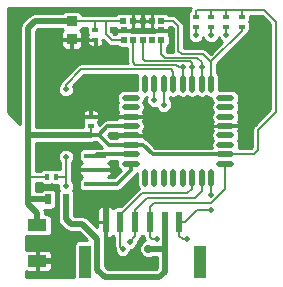
<source format=gtl>
G04 #@! TF.FileFunction,Copper,L1,Top,Signal*
%FSLAX46Y46*%
G04 Gerber Fmt 4.6, Leading zero omitted, Abs format (unit mm)*
G04 Created by KiCad (PCBNEW 4.0.7) date 07/27/18 12:45:35*
%MOMM*%
%LPD*%
G01*
G04 APERTURE LIST*
%ADD10C,0.100000*%
%ADD11R,0.500000X0.400000*%
%ADD12O,1.500000X0.500000*%
%ADD13O,0.500000X1.500000*%
%ADD14R,1.600000X1.000000*%
%ADD15R,0.600000X1.800000*%
%ADD16R,1.000000X2.800000*%
%ADD17R,0.500000X0.900000*%
%ADD18R,0.889000X0.889000*%
%ADD19R,0.580000X0.500000*%
%ADD20R,0.500000X0.500000*%
%ADD21R,0.400000X0.500000*%
%ADD22R,1.900000X0.400000*%
%ADD23C,0.500000*%
%ADD24C,0.600000*%
%ADD25C,0.700000*%
%ADD26C,0.152400*%
%ADD27C,0.127000*%
%ADD28C,0.200000*%
%ADD29C,0.500000*%
%ADD30C,0.300000*%
%ADD31C,0.254000*%
G04 APERTURE END LIST*
D10*
D11*
X146000000Y-90500000D03*
X146000000Y-91300000D03*
D12*
X149000000Y-96200000D03*
X149000000Y-97000000D03*
X149000000Y-97800000D03*
X149000000Y-98600000D03*
X149000000Y-99400000D03*
X149000000Y-100200000D03*
X149000000Y-101000000D03*
X149000000Y-101800000D03*
D13*
X150200000Y-103000000D03*
X151000000Y-103000000D03*
X151800000Y-103000000D03*
X152600000Y-103000000D03*
X153400000Y-103000000D03*
X154200000Y-103000000D03*
X155000000Y-103000000D03*
X155800000Y-103000000D03*
D12*
X157000000Y-101800000D03*
X157000000Y-101000000D03*
X157000000Y-100200000D03*
X157000000Y-99400000D03*
X157000000Y-98600000D03*
X157000000Y-97800000D03*
X157000000Y-97000000D03*
X157000000Y-96200000D03*
D13*
X155800000Y-95000000D03*
X155000000Y-95000000D03*
X154200000Y-95000000D03*
X153400000Y-95000000D03*
X152600000Y-95000000D03*
X151800000Y-95000000D03*
X151000000Y-95000000D03*
X150200000Y-95000000D03*
D14*
X141100000Y-107000000D03*
X141100000Y-110000000D03*
D15*
X153125000Y-106725000D03*
X151875000Y-106725000D03*
X150625000Y-106725000D03*
X149375000Y-106725000D03*
X148125000Y-106725000D03*
X146875000Y-106725000D03*
D16*
X145150000Y-110075000D03*
X154850000Y-110075000D03*
D17*
X142000000Y-104800000D03*
X143500000Y-104800000D03*
D18*
X144000000Y-89738000D03*
X144000000Y-91262000D03*
D19*
X148360000Y-89700000D03*
D20*
X149200000Y-89700000D03*
X150000000Y-89700000D03*
X150800000Y-89700000D03*
X151600000Y-89700000D03*
X151600000Y-90500000D03*
X151600000Y-91300000D03*
X150800000Y-91300000D03*
X150000000Y-91300000D03*
X149200000Y-91300000D03*
X148400000Y-91300000D03*
X148400000Y-90500000D03*
D21*
X141900000Y-102900000D03*
X142700000Y-102900000D03*
D11*
X154500000Y-89400000D03*
X154500000Y-90200000D03*
X155800000Y-89400000D03*
X155800000Y-90200000D03*
X157100000Y-89400000D03*
X157100000Y-90200000D03*
X158400000Y-89400000D03*
X158400000Y-90200000D03*
D22*
X146000000Y-103500000D03*
X146000000Y-102300000D03*
X146000000Y-101100000D03*
D11*
X145600000Y-98600000D03*
X145600000Y-97800000D03*
D23*
X148300000Y-109000000D03*
X148900000Y-108400000D03*
X153800000Y-108200000D03*
X155800000Y-104400000D03*
X155800000Y-105700000D03*
X151200000Y-108200000D03*
D24*
X146000000Y-92100000D03*
D25*
X146900000Y-105100000D03*
D24*
X152500000Y-90500000D03*
X147502410Y-90500000D03*
X150800000Y-88900000D03*
X150000000Y-88900000D03*
X149200000Y-88900000D03*
X144000000Y-92300000D03*
X158400000Y-98600000D03*
X147600000Y-97800000D03*
X147600000Y-99400000D03*
D25*
X147500000Y-102300000D03*
X142700000Y-110000000D03*
D23*
X143500000Y-95500000D03*
X143500000Y-101200000D03*
X143500000Y-103700000D03*
X151800000Y-96800000D03*
X151000000Y-96400000D03*
D25*
X150500000Y-109000000D03*
D23*
X155000000Y-93600000D03*
X157100000Y-90900000D03*
X154200000Y-93600000D03*
X155800000Y-90900000D03*
X153400000Y-93600000D03*
X154500000Y-90900000D03*
D26*
X148125000Y-106725000D02*
X148125000Y-108825000D01*
X148125000Y-108825000D02*
X148300000Y-109000000D01*
X148125000Y-106725000D02*
X148125000Y-106125000D01*
X153802400Y-104300000D02*
X154200000Y-103902400D01*
X148125000Y-106125000D02*
X149950000Y-104300000D01*
X149950000Y-104300000D02*
X153802400Y-104300000D01*
X154200000Y-103902400D02*
X154200000Y-103000000D01*
X149375000Y-106725000D02*
X149375000Y-107925000D01*
X149375000Y-107925000D02*
X148900000Y-108400000D01*
X154400000Y-104700000D02*
X155000000Y-104100000D01*
X155000000Y-104100000D02*
X155000000Y-103000000D01*
X150347600Y-104700000D02*
X154400000Y-104700000D01*
X149375000Y-106725000D02*
X149375000Y-105672600D01*
X149375000Y-105672600D02*
X150347600Y-104700000D01*
X153400000Y-108200000D02*
X153125000Y-107925000D01*
X153125000Y-107925000D02*
X153125000Y-106725000D01*
X153800000Y-108200000D02*
X153400000Y-108200000D01*
X155800000Y-104400000D02*
X155800000Y-103000000D01*
X153125000Y-106725000D02*
X153577400Y-106725000D01*
X153577400Y-106725000D02*
X154602400Y-105700000D01*
X154602400Y-105700000D02*
X155800000Y-105700000D01*
X150800000Y-108200000D02*
X150625000Y-108025000D01*
X150625000Y-108025000D02*
X150625000Y-106725000D01*
X151200000Y-108200000D02*
X150800000Y-108200000D01*
X155800000Y-105100000D02*
X157000000Y-103900000D01*
X157000000Y-103900000D02*
X157000000Y-101800000D01*
X151000000Y-105100000D02*
X155800000Y-105100000D01*
X150625000Y-105475000D02*
X151000000Y-105100000D01*
X150625000Y-106725000D02*
X150625000Y-105475000D01*
D27*
X147500000Y-102300000D02*
X147005026Y-102300000D01*
X147005026Y-102300000D02*
X146000000Y-102300000D01*
D28*
X148400000Y-90500000D02*
X147502410Y-90500000D01*
X151600000Y-90500000D02*
X152500000Y-90500000D01*
X150800000Y-89700000D02*
X150800000Y-88900000D01*
X150000000Y-89700000D02*
X150000000Y-88900000D01*
X149200000Y-89700000D02*
X149200000Y-88900000D01*
X146000000Y-91300000D02*
X146000000Y-92100000D01*
D29*
X146875000Y-106725000D02*
X146875000Y-105125000D01*
X146875000Y-105125000D02*
X146900000Y-105100000D01*
D30*
X144000000Y-91262000D02*
X144000000Y-92300000D01*
X157000000Y-98600000D02*
X158400000Y-98600000D01*
X149000000Y-97800000D02*
X147600000Y-97800000D01*
X149000000Y-99400000D02*
X147600000Y-99400000D01*
D29*
X141100000Y-110000000D02*
X142700000Y-110000000D01*
D28*
X145600000Y-98600000D02*
X145600000Y-99350000D01*
D29*
X140300000Y-104800000D02*
X140300000Y-102900000D01*
X140300000Y-102900000D02*
X140300000Y-102400000D01*
D27*
X141900000Y-102900000D02*
X140300000Y-102900000D01*
X154600000Y-88800000D02*
X155800000Y-88800000D01*
X155800000Y-88800000D02*
X157100000Y-88800000D01*
X155800000Y-89400000D02*
X155800000Y-88800000D01*
X157100000Y-88800000D02*
X158400000Y-88800000D01*
X157100000Y-89400000D02*
X157100000Y-88800000D01*
X158400000Y-88800000D02*
X160300000Y-88800000D01*
X158400000Y-89400000D02*
X158400000Y-89073000D01*
X158400000Y-89073000D02*
X158400000Y-88800000D01*
X154500000Y-89400000D02*
X154500000Y-88900000D01*
X154500000Y-88900000D02*
X154600000Y-88800000D01*
X161300000Y-97400000D02*
X159800000Y-98900000D01*
X160300000Y-88800000D02*
X161300000Y-89800000D01*
X161300000Y-89800000D02*
X161300000Y-97400000D01*
D28*
X148362000Y-89738000D02*
X146900000Y-89738000D01*
X146900000Y-89738000D02*
X146000000Y-89738000D01*
X147400000Y-91300000D02*
X146900000Y-90800000D01*
X146900000Y-90800000D02*
X146900000Y-89738000D01*
X148400000Y-91300000D02*
X147400000Y-91300000D01*
X146000000Y-89738000D02*
X144000000Y-89738000D01*
X146000000Y-90500000D02*
X146000000Y-89738000D01*
X148400000Y-89700000D02*
X148362000Y-89738000D01*
D29*
X140300000Y-90300000D02*
X140862000Y-89738000D01*
X140862000Y-89738000D02*
X144000000Y-89738000D01*
X140300000Y-102400000D02*
X140300000Y-99300000D01*
X140300000Y-99300000D02*
X140300000Y-90300000D01*
X145600000Y-99350000D02*
X140350000Y-99350000D01*
X140350000Y-99350000D02*
X140300000Y-99300000D01*
D30*
X149000000Y-100200000D02*
X150050000Y-100200000D01*
X150050000Y-100200000D02*
X150850000Y-101000000D01*
X150850000Y-101000000D02*
X155950000Y-101000000D01*
X155950000Y-101000000D02*
X157000000Y-101000000D01*
X145600000Y-99350000D02*
X146275000Y-99350000D01*
X146275000Y-99350000D02*
X147125000Y-100200000D01*
X147125000Y-100200000D02*
X147950000Y-100200000D01*
X147950000Y-100200000D02*
X149000000Y-100200000D01*
X146275000Y-99350000D02*
X147025000Y-98600000D01*
X147025000Y-98600000D02*
X147950000Y-98600000D01*
X147950000Y-98600000D02*
X149000000Y-98600000D01*
D29*
X140300000Y-105200000D02*
X140300000Y-104800000D01*
X142000000Y-104800000D02*
X140300000Y-104800000D01*
X141100000Y-107000000D02*
X141100000Y-106000000D01*
X141100000Y-106000000D02*
X140300000Y-105200000D01*
D26*
X157000000Y-101000000D02*
X159400000Y-101000000D01*
X159400000Y-101000000D02*
X159800000Y-100600000D01*
X159800000Y-100600000D02*
X159800000Y-98900000D01*
X143500000Y-103700000D02*
X143500000Y-102900000D01*
X143500000Y-102900000D02*
X143500000Y-102400000D01*
D27*
X142700000Y-102900000D02*
X143500000Y-102900000D01*
D26*
X143500000Y-95500000D02*
X143500000Y-95100000D01*
X143500000Y-102400000D02*
X143500000Y-101200000D01*
X152400000Y-93800000D02*
X152600000Y-94000000D01*
X152600000Y-94000000D02*
X152600000Y-95000000D01*
X144800000Y-93800000D02*
X152400000Y-93800000D01*
X143500000Y-95100000D02*
X144800000Y-93800000D01*
X151800000Y-95000000D02*
X151800000Y-96800000D01*
X151000000Y-95000000D02*
X151000000Y-96400000D01*
D30*
X149000000Y-101000000D02*
X146101120Y-101000000D01*
X146101120Y-101000000D02*
X146000000Y-101101120D01*
X147850000Y-103500000D02*
X147848880Y-103498880D01*
X147848880Y-103498880D02*
X146000000Y-103498880D01*
X149000000Y-101800000D02*
X149000000Y-102350000D01*
X149000000Y-102350000D02*
X147850000Y-103500000D01*
D29*
X151875000Y-106725000D02*
X151875000Y-109000000D01*
X151875000Y-109000000D02*
X151875000Y-110925000D01*
X150500000Y-109000000D02*
X150994974Y-109000000D01*
X150994974Y-109000000D02*
X151875000Y-109000000D01*
X151875000Y-110925000D02*
X151400000Y-111400000D01*
X146172599Y-108172599D02*
X144900000Y-106900000D01*
X151400000Y-111400000D02*
X146800000Y-111400000D01*
X146800000Y-111400000D02*
X146172599Y-110772599D01*
X146172599Y-110772599D02*
X146172599Y-108172599D01*
X144900000Y-106900000D02*
X143900000Y-106900000D01*
X143900000Y-106900000D02*
X143500000Y-106500000D01*
X143500000Y-106500000D02*
X143500000Y-104800000D01*
D27*
X158400000Y-90200000D02*
X158400000Y-90527000D01*
X158400000Y-90527000D02*
X155800000Y-93127000D01*
X155800000Y-93127000D02*
X155800000Y-93200000D01*
X151600000Y-89700000D02*
X152600000Y-89700000D01*
X152600000Y-89700000D02*
X153028602Y-90128602D01*
X153028602Y-90128602D02*
X153028602Y-92228602D01*
X153028602Y-92228602D02*
X153300000Y-92500000D01*
X153300000Y-92500000D02*
X155100000Y-92500000D01*
X155100000Y-92500000D02*
X155800000Y-93200000D01*
X155800000Y-93200000D02*
X155800000Y-95000000D01*
X151900000Y-92800000D02*
X151600000Y-92500000D01*
X151600000Y-92500000D02*
X151600000Y-91300000D01*
X154600000Y-92800000D02*
X151900000Y-92800000D01*
X155000000Y-93200000D02*
X154600000Y-92800000D01*
X155000000Y-93600000D02*
X155000000Y-93200000D01*
X155000000Y-95000000D02*
X155000000Y-93600000D01*
X157100000Y-90200000D02*
X157100000Y-90900000D01*
X150200000Y-93100000D02*
X150000000Y-92900000D01*
X150000000Y-92900000D02*
X150000000Y-91300000D01*
X154053553Y-93100000D02*
X150200000Y-93100000D01*
X154200000Y-93600000D02*
X154200000Y-93246447D01*
X154200000Y-93246447D02*
X154053553Y-93100000D01*
X154200000Y-95000000D02*
X154200000Y-93600000D01*
X155800000Y-90200000D02*
X155800000Y-90900000D01*
X152846447Y-93400000D02*
X149400000Y-93400000D01*
X149400000Y-93400000D02*
X149200000Y-93200000D01*
X153400000Y-93600000D02*
X153046447Y-93600000D01*
X153046447Y-93600000D02*
X152846447Y-93400000D01*
X149200000Y-91300000D02*
X149200000Y-93200000D01*
X153400000Y-95000000D02*
X153400000Y-93600000D01*
X154500000Y-90200000D02*
X154500000Y-90900000D01*
D31*
G36*
X141387927Y-103453567D02*
X141530619Y-103551064D01*
X141700000Y-103585365D01*
X142100000Y-103585365D01*
X142258237Y-103555591D01*
X142298925Y-103529409D01*
X142330619Y-103551064D01*
X142500000Y-103585365D01*
X142823100Y-103585365D01*
X142822883Y-103834073D01*
X142921931Y-104073787D01*
X142848936Y-104180619D01*
X142814635Y-104350000D01*
X142814635Y-105250000D01*
X142823000Y-105294457D01*
X142823000Y-106500000D01*
X142874534Y-106759077D01*
X142938461Y-106854750D01*
X143021289Y-106978711D01*
X143421288Y-107378711D01*
X143485776Y-107421800D01*
X143640923Y-107525466D01*
X143900000Y-107577000D01*
X144619578Y-107577000D01*
X145282213Y-108239635D01*
X144650000Y-108239635D01*
X144491763Y-108269409D01*
X144346433Y-108362927D01*
X144248936Y-108505619D01*
X144214635Y-108675000D01*
X144214635Y-111373000D01*
X140127000Y-111373000D01*
X140127000Y-110890523D01*
X140215064Y-110927000D01*
X140970250Y-110927000D01*
X141077000Y-110820250D01*
X141077000Y-110023000D01*
X141123000Y-110023000D01*
X141123000Y-110820250D01*
X141229750Y-110927000D01*
X141984936Y-110927000D01*
X142141876Y-110861993D01*
X142261993Y-110741876D01*
X142327000Y-110584935D01*
X142327000Y-110129750D01*
X142220250Y-110023000D01*
X141123000Y-110023000D01*
X141077000Y-110023000D01*
X141057000Y-110023000D01*
X141057000Y-109977000D01*
X141077000Y-109977000D01*
X141077000Y-109179750D01*
X141123000Y-109179750D01*
X141123000Y-109977000D01*
X142220250Y-109977000D01*
X142327000Y-109870250D01*
X142327000Y-109415065D01*
X142261993Y-109258124D01*
X142141876Y-109138007D01*
X141984936Y-109073000D01*
X141229750Y-109073000D01*
X141123000Y-109179750D01*
X141077000Y-109179750D01*
X140970250Y-109073000D01*
X140215064Y-109073000D01*
X140127000Y-109109477D01*
X140127000Y-107898591D01*
X140130619Y-107901064D01*
X140300000Y-107935365D01*
X141900000Y-107935365D01*
X142058237Y-107905591D01*
X142203567Y-107812073D01*
X142301064Y-107669381D01*
X142335365Y-107500000D01*
X142335365Y-106500000D01*
X142305591Y-106341763D01*
X142212073Y-106196433D01*
X142069381Y-106098936D01*
X141900000Y-106064635D01*
X141777000Y-106064635D01*
X141777000Y-106000000D01*
X141725466Y-105740923D01*
X141678695Y-105670925D01*
X141750000Y-105685365D01*
X142250000Y-105685365D01*
X142408237Y-105655591D01*
X142553567Y-105562073D01*
X142651064Y-105419381D01*
X142685365Y-105250000D01*
X142685365Y-104350000D01*
X142655591Y-104191763D01*
X142562073Y-104046433D01*
X142419381Y-103948936D01*
X142250000Y-103914635D01*
X141750000Y-103914635D01*
X141591763Y-103944409D01*
X141446433Y-104037927D01*
X141388305Y-104123000D01*
X140977000Y-104123000D01*
X140977000Y-103390500D01*
X141347344Y-103390500D01*
X141387927Y-103453567D01*
X141387927Y-103453567D01*
G37*
X141387927Y-103453567D02*
X141530619Y-103551064D01*
X141700000Y-103585365D01*
X142100000Y-103585365D01*
X142258237Y-103555591D01*
X142298925Y-103529409D01*
X142330619Y-103551064D01*
X142500000Y-103585365D01*
X142823100Y-103585365D01*
X142822883Y-103834073D01*
X142921931Y-104073787D01*
X142848936Y-104180619D01*
X142814635Y-104350000D01*
X142814635Y-105250000D01*
X142823000Y-105294457D01*
X142823000Y-106500000D01*
X142874534Y-106759077D01*
X142938461Y-106854750D01*
X143021289Y-106978711D01*
X143421288Y-107378711D01*
X143485776Y-107421800D01*
X143640923Y-107525466D01*
X143900000Y-107577000D01*
X144619578Y-107577000D01*
X145282213Y-108239635D01*
X144650000Y-108239635D01*
X144491763Y-108269409D01*
X144346433Y-108362927D01*
X144248936Y-108505619D01*
X144214635Y-108675000D01*
X144214635Y-111373000D01*
X140127000Y-111373000D01*
X140127000Y-110890523D01*
X140215064Y-110927000D01*
X140970250Y-110927000D01*
X141077000Y-110820250D01*
X141077000Y-110023000D01*
X141123000Y-110023000D01*
X141123000Y-110820250D01*
X141229750Y-110927000D01*
X141984936Y-110927000D01*
X142141876Y-110861993D01*
X142261993Y-110741876D01*
X142327000Y-110584935D01*
X142327000Y-110129750D01*
X142220250Y-110023000D01*
X141123000Y-110023000D01*
X141077000Y-110023000D01*
X141057000Y-110023000D01*
X141057000Y-109977000D01*
X141077000Y-109977000D01*
X141077000Y-109179750D01*
X141123000Y-109179750D01*
X141123000Y-109977000D01*
X142220250Y-109977000D01*
X142327000Y-109870250D01*
X142327000Y-109415065D01*
X142261993Y-109258124D01*
X142141876Y-109138007D01*
X141984936Y-109073000D01*
X141229750Y-109073000D01*
X141123000Y-109179750D01*
X141077000Y-109179750D01*
X140970250Y-109073000D01*
X140215064Y-109073000D01*
X140127000Y-109109477D01*
X140127000Y-107898591D01*
X140130619Y-107901064D01*
X140300000Y-107935365D01*
X141900000Y-107935365D01*
X142058237Y-107905591D01*
X142203567Y-107812073D01*
X142301064Y-107669381D01*
X142335365Y-107500000D01*
X142335365Y-106500000D01*
X142305591Y-106341763D01*
X142212073Y-106196433D01*
X142069381Y-106098936D01*
X141900000Y-106064635D01*
X141777000Y-106064635D01*
X141777000Y-106000000D01*
X141725466Y-105740923D01*
X141678695Y-105670925D01*
X141750000Y-105685365D01*
X142250000Y-105685365D01*
X142408237Y-105655591D01*
X142553567Y-105562073D01*
X142651064Y-105419381D01*
X142685365Y-105250000D01*
X142685365Y-104350000D01*
X142655591Y-104191763D01*
X142562073Y-104046433D01*
X142419381Y-103948936D01*
X142250000Y-103914635D01*
X141750000Y-103914635D01*
X141591763Y-103944409D01*
X141446433Y-104037927D01*
X141388305Y-104123000D01*
X140977000Y-104123000D01*
X140977000Y-103390500D01*
X141347344Y-103390500D01*
X141387927Y-103453567D01*
G36*
X146531999Y-100423000D02*
X146101120Y-100423000D01*
X145891809Y-100464635D01*
X145050000Y-100464635D01*
X144891763Y-100494409D01*
X144746433Y-100587927D01*
X144648936Y-100730619D01*
X144614635Y-100900000D01*
X144614635Y-101300000D01*
X144644409Y-101458237D01*
X144737927Y-101603567D01*
X144880619Y-101701064D01*
X144891831Y-101703334D01*
X144808124Y-101738007D01*
X144688007Y-101858124D01*
X144623000Y-102015065D01*
X144623000Y-102170250D01*
X144729750Y-102277000D01*
X145977000Y-102277000D01*
X145977000Y-102257000D01*
X146023000Y-102257000D01*
X146023000Y-102277000D01*
X147270250Y-102277000D01*
X147377000Y-102170250D01*
X147377000Y-102015065D01*
X147311993Y-101858124D01*
X147191876Y-101738007D01*
X147110344Y-101704235D01*
X147253567Y-101612073D01*
X147277531Y-101577000D01*
X147844299Y-101577000D01*
X147799941Y-101800000D01*
X147851475Y-102059077D01*
X147998230Y-102278711D01*
X148152325Y-102381674D01*
X147612118Y-102921880D01*
X147152961Y-102921880D01*
X147119381Y-102898936D01*
X147108169Y-102896666D01*
X147191876Y-102861993D01*
X147311993Y-102741876D01*
X147377000Y-102584935D01*
X147377000Y-102429750D01*
X147270250Y-102323000D01*
X146023000Y-102323000D01*
X146023000Y-102343000D01*
X145977000Y-102343000D01*
X145977000Y-102323000D01*
X144729750Y-102323000D01*
X144623000Y-102429750D01*
X144623000Y-102584935D01*
X144688007Y-102741876D01*
X144808124Y-102861993D01*
X144889656Y-102895765D01*
X144746433Y-102987927D01*
X144648936Y-103130619D01*
X144614635Y-103300000D01*
X144614635Y-103700000D01*
X144644409Y-103858237D01*
X144737927Y-104003567D01*
X144880619Y-104101064D01*
X145050000Y-104135365D01*
X146950000Y-104135365D01*
X147108237Y-104105591D01*
X147154409Y-104075880D01*
X147844365Y-104075880D01*
X147850000Y-104077001D01*
X148070808Y-104033078D01*
X148258001Y-103908001D01*
X149407998Y-102758003D01*
X149408001Y-102758001D01*
X149523000Y-102585891D01*
X149523000Y-103523059D01*
X149574534Y-103782136D01*
X149655456Y-103903244D01*
X149594184Y-103944184D01*
X148148733Y-105389635D01*
X147825000Y-105389635D01*
X147666763Y-105419409D01*
X147521433Y-105512927D01*
X147499255Y-105545386D01*
X147416876Y-105463007D01*
X147259935Y-105398000D01*
X147004750Y-105398000D01*
X146898000Y-105504750D01*
X146898000Y-106702000D01*
X146918000Y-106702000D01*
X146918000Y-106748000D01*
X146898000Y-106748000D01*
X146898000Y-107945250D01*
X147004750Y-108052000D01*
X147259935Y-108052000D01*
X147416876Y-107986993D01*
X147498195Y-107905674D01*
X147512927Y-107928567D01*
X147621800Y-108002957D01*
X147621800Y-108825000D01*
X147627572Y-108854019D01*
X147623118Y-108864746D01*
X147622883Y-109134073D01*
X147725733Y-109382989D01*
X147916010Y-109573598D01*
X148164746Y-109676882D01*
X148434073Y-109677117D01*
X148682989Y-109574267D01*
X148873598Y-109383990D01*
X148976882Y-109135254D01*
X148976933Y-109077067D01*
X149034073Y-109077117D01*
X149282989Y-108974267D01*
X149473598Y-108783990D01*
X149576882Y-108535254D01*
X149576970Y-108434662D01*
X149730816Y-108280816D01*
X149839896Y-108117567D01*
X149860714Y-108012910D01*
X149978567Y-107937073D01*
X149999081Y-107907050D01*
X150012927Y-107928567D01*
X150121800Y-108002957D01*
X150121800Y-108025000D01*
X150160104Y-108217566D01*
X150203125Y-108281952D01*
X150060440Y-108340908D01*
X149841676Y-108559290D01*
X149723135Y-108844767D01*
X149722866Y-109153877D01*
X149840908Y-109439560D01*
X150059290Y-109658324D01*
X150344767Y-109776865D01*
X150653877Y-109777134D01*
X150896219Y-109677000D01*
X151198000Y-109677000D01*
X151198000Y-110644577D01*
X151119578Y-110723000D01*
X147080422Y-110723000D01*
X146849599Y-110492177D01*
X146849599Y-108172599D01*
X146812278Y-107984972D01*
X146852000Y-107945250D01*
X146852000Y-106748000D01*
X146254750Y-106748000D01*
X146148000Y-106854750D01*
X146148000Y-107190578D01*
X145378711Y-106421289D01*
X145259692Y-106341763D01*
X145159077Y-106274534D01*
X144900000Y-106223000D01*
X144180423Y-106223000D01*
X144177000Y-106219578D01*
X144177000Y-105740064D01*
X146148000Y-105740064D01*
X146148000Y-106595250D01*
X146254750Y-106702000D01*
X146852000Y-106702000D01*
X146852000Y-105504750D01*
X146745250Y-105398000D01*
X146490065Y-105398000D01*
X146333124Y-105463007D01*
X146213007Y-105583124D01*
X146148000Y-105740064D01*
X144177000Y-105740064D01*
X144177000Y-105291307D01*
X144185365Y-105250000D01*
X144185365Y-104350000D01*
X144155591Y-104191763D01*
X144078556Y-104072049D01*
X144176882Y-103835254D01*
X144177117Y-103565927D01*
X144074267Y-103317011D01*
X144003200Y-103245820D01*
X144003200Y-101654265D01*
X144073598Y-101583990D01*
X144176882Y-101335254D01*
X144177117Y-101065927D01*
X144074267Y-100817011D01*
X143883990Y-100626402D01*
X143635254Y-100523118D01*
X143365927Y-100522883D01*
X143117011Y-100625733D01*
X142926402Y-100816010D01*
X142823118Y-101064746D01*
X142822883Y-101334073D01*
X142925733Y-101582989D01*
X142996800Y-101654180D01*
X142996800Y-102234238D01*
X142900000Y-102214635D01*
X142500000Y-102214635D01*
X142341763Y-102244409D01*
X142301075Y-102270591D01*
X142269381Y-102248936D01*
X142100000Y-102214635D01*
X141700000Y-102214635D01*
X141541763Y-102244409D01*
X141396433Y-102337927D01*
X141347529Y-102409500D01*
X140977000Y-102409500D01*
X140977000Y-100027000D01*
X145600000Y-100027000D01*
X145859077Y-99975466D01*
X145931611Y-99927000D01*
X146035998Y-99927000D01*
X146531999Y-100423000D01*
X146531999Y-100423000D01*
G37*
X146531999Y-100423000D02*
X146101120Y-100423000D01*
X145891809Y-100464635D01*
X145050000Y-100464635D01*
X144891763Y-100494409D01*
X144746433Y-100587927D01*
X144648936Y-100730619D01*
X144614635Y-100900000D01*
X144614635Y-101300000D01*
X144644409Y-101458237D01*
X144737927Y-101603567D01*
X144880619Y-101701064D01*
X144891831Y-101703334D01*
X144808124Y-101738007D01*
X144688007Y-101858124D01*
X144623000Y-102015065D01*
X144623000Y-102170250D01*
X144729750Y-102277000D01*
X145977000Y-102277000D01*
X145977000Y-102257000D01*
X146023000Y-102257000D01*
X146023000Y-102277000D01*
X147270250Y-102277000D01*
X147377000Y-102170250D01*
X147377000Y-102015065D01*
X147311993Y-101858124D01*
X147191876Y-101738007D01*
X147110344Y-101704235D01*
X147253567Y-101612073D01*
X147277531Y-101577000D01*
X147844299Y-101577000D01*
X147799941Y-101800000D01*
X147851475Y-102059077D01*
X147998230Y-102278711D01*
X148152325Y-102381674D01*
X147612118Y-102921880D01*
X147152961Y-102921880D01*
X147119381Y-102898936D01*
X147108169Y-102896666D01*
X147191876Y-102861993D01*
X147311993Y-102741876D01*
X147377000Y-102584935D01*
X147377000Y-102429750D01*
X147270250Y-102323000D01*
X146023000Y-102323000D01*
X146023000Y-102343000D01*
X145977000Y-102343000D01*
X145977000Y-102323000D01*
X144729750Y-102323000D01*
X144623000Y-102429750D01*
X144623000Y-102584935D01*
X144688007Y-102741876D01*
X144808124Y-102861993D01*
X144889656Y-102895765D01*
X144746433Y-102987927D01*
X144648936Y-103130619D01*
X144614635Y-103300000D01*
X144614635Y-103700000D01*
X144644409Y-103858237D01*
X144737927Y-104003567D01*
X144880619Y-104101064D01*
X145050000Y-104135365D01*
X146950000Y-104135365D01*
X147108237Y-104105591D01*
X147154409Y-104075880D01*
X147844365Y-104075880D01*
X147850000Y-104077001D01*
X148070808Y-104033078D01*
X148258001Y-103908001D01*
X149407998Y-102758003D01*
X149408001Y-102758001D01*
X149523000Y-102585891D01*
X149523000Y-103523059D01*
X149574534Y-103782136D01*
X149655456Y-103903244D01*
X149594184Y-103944184D01*
X148148733Y-105389635D01*
X147825000Y-105389635D01*
X147666763Y-105419409D01*
X147521433Y-105512927D01*
X147499255Y-105545386D01*
X147416876Y-105463007D01*
X147259935Y-105398000D01*
X147004750Y-105398000D01*
X146898000Y-105504750D01*
X146898000Y-106702000D01*
X146918000Y-106702000D01*
X146918000Y-106748000D01*
X146898000Y-106748000D01*
X146898000Y-107945250D01*
X147004750Y-108052000D01*
X147259935Y-108052000D01*
X147416876Y-107986993D01*
X147498195Y-107905674D01*
X147512927Y-107928567D01*
X147621800Y-108002957D01*
X147621800Y-108825000D01*
X147627572Y-108854019D01*
X147623118Y-108864746D01*
X147622883Y-109134073D01*
X147725733Y-109382989D01*
X147916010Y-109573598D01*
X148164746Y-109676882D01*
X148434073Y-109677117D01*
X148682989Y-109574267D01*
X148873598Y-109383990D01*
X148976882Y-109135254D01*
X148976933Y-109077067D01*
X149034073Y-109077117D01*
X149282989Y-108974267D01*
X149473598Y-108783990D01*
X149576882Y-108535254D01*
X149576970Y-108434662D01*
X149730816Y-108280816D01*
X149839896Y-108117567D01*
X149860714Y-108012910D01*
X149978567Y-107937073D01*
X149999081Y-107907050D01*
X150012927Y-107928567D01*
X150121800Y-108002957D01*
X150121800Y-108025000D01*
X150160104Y-108217566D01*
X150203125Y-108281952D01*
X150060440Y-108340908D01*
X149841676Y-108559290D01*
X149723135Y-108844767D01*
X149722866Y-109153877D01*
X149840908Y-109439560D01*
X150059290Y-109658324D01*
X150344767Y-109776865D01*
X150653877Y-109777134D01*
X150896219Y-109677000D01*
X151198000Y-109677000D01*
X151198000Y-110644577D01*
X151119578Y-110723000D01*
X147080422Y-110723000D01*
X146849599Y-110492177D01*
X146849599Y-108172599D01*
X146812278Y-107984972D01*
X146852000Y-107945250D01*
X146852000Y-106748000D01*
X146254750Y-106748000D01*
X146148000Y-106854750D01*
X146148000Y-107190578D01*
X145378711Y-106421289D01*
X145259692Y-106341763D01*
X145159077Y-106274534D01*
X144900000Y-106223000D01*
X144180423Y-106223000D01*
X144177000Y-106219578D01*
X144177000Y-105740064D01*
X146148000Y-105740064D01*
X146148000Y-106595250D01*
X146254750Y-106702000D01*
X146852000Y-106702000D01*
X146852000Y-105504750D01*
X146745250Y-105398000D01*
X146490065Y-105398000D01*
X146333124Y-105463007D01*
X146213007Y-105583124D01*
X146148000Y-105740064D01*
X144177000Y-105740064D01*
X144177000Y-105291307D01*
X144185365Y-105250000D01*
X144185365Y-104350000D01*
X144155591Y-104191763D01*
X144078556Y-104072049D01*
X144176882Y-103835254D01*
X144177117Y-103565927D01*
X144074267Y-103317011D01*
X144003200Y-103245820D01*
X144003200Y-101654265D01*
X144073598Y-101583990D01*
X144176882Y-101335254D01*
X144177117Y-101065927D01*
X144074267Y-100817011D01*
X143883990Y-100626402D01*
X143635254Y-100523118D01*
X143365927Y-100522883D01*
X143117011Y-100625733D01*
X142926402Y-100816010D01*
X142823118Y-101064746D01*
X142822883Y-101334073D01*
X142925733Y-101582989D01*
X142996800Y-101654180D01*
X142996800Y-102234238D01*
X142900000Y-102214635D01*
X142500000Y-102214635D01*
X142341763Y-102244409D01*
X142301075Y-102270591D01*
X142269381Y-102248936D01*
X142100000Y-102214635D01*
X141700000Y-102214635D01*
X141541763Y-102244409D01*
X141396433Y-102337927D01*
X141347529Y-102409500D01*
X140977000Y-102409500D01*
X140977000Y-100027000D01*
X145600000Y-100027000D01*
X145859077Y-99975466D01*
X145931611Y-99927000D01*
X146035998Y-99927000D01*
X146531999Y-100423000D01*
G36*
X160809500Y-90003172D02*
X160809500Y-97196828D01*
X159498309Y-98508019D01*
X159444184Y-98544184D01*
X159335104Y-98707434D01*
X159296800Y-98900000D01*
X159296800Y-100391568D01*
X159191568Y-100496800D01*
X158123319Y-100496800D01*
X158148525Y-100459077D01*
X158200059Y-100200000D01*
X158148525Y-99940923D01*
X158054363Y-99800000D01*
X158148525Y-99659077D01*
X158200059Y-99400000D01*
X158148525Y-99140923D01*
X158043647Y-98983962D01*
X158134268Y-98837828D01*
X158164681Y-98728562D01*
X158069786Y-98623000D01*
X157023000Y-98623000D01*
X157023000Y-98643000D01*
X156977000Y-98643000D01*
X156977000Y-98623000D01*
X155930214Y-98623000D01*
X155835319Y-98728562D01*
X155865732Y-98837828D01*
X155956353Y-98983962D01*
X155851475Y-99140923D01*
X155799941Y-99400000D01*
X155851475Y-99659077D01*
X155945637Y-99800000D01*
X155851475Y-99940923D01*
X155799941Y-100200000D01*
X155844299Y-100423000D01*
X151089002Y-100423000D01*
X150458001Y-99791999D01*
X150270808Y-99666922D01*
X150133201Y-99639549D01*
X150134268Y-99637828D01*
X150164681Y-99528562D01*
X150069786Y-99423000D01*
X149023000Y-99423000D01*
X149023000Y-99443000D01*
X148977000Y-99443000D01*
X148977000Y-99423000D01*
X147930214Y-99423000D01*
X147835319Y-99528562D01*
X147861605Y-99623000D01*
X147364001Y-99623000D01*
X147091001Y-99350000D01*
X147264001Y-99177000D01*
X147861605Y-99177000D01*
X147835319Y-99271438D01*
X147930214Y-99377000D01*
X148977000Y-99377000D01*
X148977000Y-99357000D01*
X149023000Y-99357000D01*
X149023000Y-99377000D01*
X150069786Y-99377000D01*
X150164681Y-99271438D01*
X150134268Y-99162172D01*
X150043647Y-99016038D01*
X150148525Y-98859077D01*
X150200059Y-98600000D01*
X150148525Y-98340923D01*
X150043647Y-98183962D01*
X150134268Y-98037828D01*
X150164681Y-97928562D01*
X150069786Y-97823000D01*
X149023000Y-97823000D01*
X149023000Y-97843000D01*
X148977000Y-97843000D01*
X148977000Y-97823000D01*
X147930214Y-97823000D01*
X147835319Y-97928562D01*
X147861605Y-98023000D01*
X147025000Y-98023000D01*
X146804192Y-98066922D01*
X146616999Y-98191999D01*
X146616997Y-98192002D01*
X146285365Y-98523634D01*
X146285365Y-98400000D01*
X146255591Y-98241763D01*
X146229095Y-98200588D01*
X146277000Y-98084936D01*
X146277000Y-97929750D01*
X146170250Y-97823000D01*
X145623000Y-97823000D01*
X145623000Y-97843000D01*
X145577000Y-97843000D01*
X145577000Y-97823000D01*
X145029750Y-97823000D01*
X144923000Y-97929750D01*
X144923000Y-98084936D01*
X144970358Y-98199267D01*
X144948936Y-98230619D01*
X144914635Y-98400000D01*
X144914635Y-98673000D01*
X140977000Y-98673000D01*
X140977000Y-97515064D01*
X144923000Y-97515064D01*
X144923000Y-97670250D01*
X145029750Y-97777000D01*
X145577000Y-97777000D01*
X145577000Y-97279750D01*
X145623000Y-97279750D01*
X145623000Y-97777000D01*
X146170250Y-97777000D01*
X146277000Y-97670250D01*
X146277000Y-97515064D01*
X146211993Y-97358124D01*
X146091876Y-97238007D01*
X145934935Y-97173000D01*
X145729750Y-97173000D01*
X145623000Y-97279750D01*
X145577000Y-97279750D01*
X145470250Y-97173000D01*
X145265065Y-97173000D01*
X145108124Y-97238007D01*
X144988007Y-97358124D01*
X144923000Y-97515064D01*
X140977000Y-97515064D01*
X140977000Y-91391750D01*
X143128500Y-91391750D01*
X143128500Y-91791435D01*
X143193507Y-91948376D01*
X143313624Y-92068493D01*
X143470564Y-92133500D01*
X143870250Y-92133500D01*
X143977000Y-92026750D01*
X143977000Y-91285000D01*
X144023000Y-91285000D01*
X144023000Y-92026750D01*
X144129750Y-92133500D01*
X144529436Y-92133500D01*
X144686376Y-92068493D01*
X144806493Y-91948376D01*
X144871500Y-91791435D01*
X144871500Y-91429750D01*
X145323000Y-91429750D01*
X145323000Y-91584936D01*
X145388007Y-91741876D01*
X145508124Y-91861993D01*
X145665065Y-91927000D01*
X145870250Y-91927000D01*
X145977000Y-91820250D01*
X145977000Y-91323000D01*
X145429750Y-91323000D01*
X145323000Y-91429750D01*
X144871500Y-91429750D01*
X144871500Y-91391750D01*
X144764750Y-91285000D01*
X144023000Y-91285000D01*
X143977000Y-91285000D01*
X143235250Y-91285000D01*
X143128500Y-91391750D01*
X140977000Y-91391750D01*
X140977000Y-90580422D01*
X141142422Y-90415000D01*
X143197696Y-90415000D01*
X143243427Y-90486067D01*
X143266975Y-90502156D01*
X143193507Y-90575624D01*
X143128500Y-90732565D01*
X143128500Y-91132250D01*
X143235250Y-91239000D01*
X143977000Y-91239000D01*
X143977000Y-91219000D01*
X144023000Y-91219000D01*
X144023000Y-91239000D01*
X144764750Y-91239000D01*
X144871500Y-91132250D01*
X144871500Y-90732565D01*
X144806493Y-90575624D01*
X144734301Y-90503432D01*
X144748067Y-90494573D01*
X144845564Y-90351881D01*
X144863158Y-90265000D01*
X145321723Y-90265000D01*
X145314635Y-90300000D01*
X145314635Y-90700000D01*
X145344409Y-90858237D01*
X145370905Y-90899412D01*
X145323000Y-91015064D01*
X145323000Y-91170250D01*
X145429750Y-91277000D01*
X145977000Y-91277000D01*
X145977000Y-91257000D01*
X146023000Y-91257000D01*
X146023000Y-91277000D01*
X146043000Y-91277000D01*
X146043000Y-91323000D01*
X146023000Y-91323000D01*
X146023000Y-91820250D01*
X146129750Y-91927000D01*
X146334935Y-91927000D01*
X146491876Y-91861993D01*
X146611993Y-91741876D01*
X146677000Y-91584936D01*
X146677000Y-91429750D01*
X146570252Y-91323002D01*
X146677000Y-91323002D01*
X146677000Y-91322290D01*
X147027355Y-91672645D01*
X147198326Y-91786885D01*
X147400000Y-91827000D01*
X147820831Y-91827000D01*
X147837927Y-91853567D01*
X147980619Y-91951064D01*
X148150000Y-91985365D01*
X148650000Y-91985365D01*
X148709500Y-91974169D01*
X148709500Y-93200000D01*
X148728755Y-93296800D01*
X144800000Y-93296800D01*
X144607434Y-93335104D01*
X144444184Y-93444184D01*
X143144184Y-94744184D01*
X143035104Y-94907434D01*
X143010269Y-95032290D01*
X142926402Y-95116010D01*
X142823118Y-95364746D01*
X142822883Y-95634073D01*
X142925733Y-95882989D01*
X143116010Y-96073598D01*
X143364746Y-96176882D01*
X143634073Y-96177117D01*
X143882989Y-96074267D01*
X144073598Y-95883990D01*
X144176882Y-95635254D01*
X144177117Y-95365927D01*
X144109456Y-95202176D01*
X145008432Y-94303200D01*
X149557559Y-94303200D01*
X149523000Y-94476941D01*
X149523000Y-95523000D01*
X148476941Y-95523000D01*
X148217864Y-95574534D01*
X147998230Y-95721289D01*
X147851475Y-95940923D01*
X147799941Y-96200000D01*
X147851475Y-96459077D01*
X147945637Y-96600000D01*
X147851475Y-96740923D01*
X147799941Y-97000000D01*
X147851475Y-97259077D01*
X147956353Y-97416038D01*
X147865732Y-97562172D01*
X147835319Y-97671438D01*
X147930214Y-97777000D01*
X148977000Y-97777000D01*
X148977000Y-97757000D01*
X149023000Y-97757000D01*
X149023000Y-97777000D01*
X150069786Y-97777000D01*
X150164681Y-97671438D01*
X150134268Y-97562172D01*
X150043647Y-97416038D01*
X150148525Y-97259077D01*
X150200059Y-97000000D01*
X150148525Y-96740923D01*
X150054363Y-96600000D01*
X150148525Y-96459077D01*
X150200049Y-96200049D01*
X150363481Y-96167540D01*
X150323118Y-96264746D01*
X150322883Y-96534073D01*
X150425733Y-96782989D01*
X150616010Y-96973598D01*
X150864746Y-97076882D01*
X151134073Y-97077117D01*
X151175000Y-97060206D01*
X151225733Y-97182989D01*
X151416010Y-97373598D01*
X151664746Y-97476882D01*
X151934073Y-97477117D01*
X152182989Y-97374267D01*
X152373598Y-97183990D01*
X152476882Y-96935254D01*
X152477117Y-96665927D01*
X152374267Y-96417011D01*
X152303200Y-96345820D01*
X152303200Y-96123319D01*
X152340923Y-96148525D01*
X152600000Y-96200059D01*
X152859077Y-96148525D01*
X153000000Y-96054363D01*
X153140923Y-96148525D01*
X153400000Y-96200059D01*
X153659077Y-96148525D01*
X153800000Y-96054363D01*
X153940923Y-96148525D01*
X154200000Y-96200059D01*
X154459077Y-96148525D01*
X154600000Y-96054363D01*
X154740923Y-96148525D01*
X155000000Y-96200059D01*
X155259077Y-96148525D01*
X155400000Y-96054363D01*
X155540923Y-96148525D01*
X155799951Y-96200049D01*
X155851475Y-96459077D01*
X155945637Y-96600000D01*
X155851475Y-96740923D01*
X155799941Y-97000000D01*
X155851475Y-97259077D01*
X155945637Y-97400000D01*
X155851475Y-97540923D01*
X155799941Y-97800000D01*
X155851475Y-98059077D01*
X155956353Y-98216038D01*
X155865732Y-98362172D01*
X155835319Y-98471438D01*
X155930214Y-98577000D01*
X156977000Y-98577000D01*
X156977000Y-98557000D01*
X157023000Y-98557000D01*
X157023000Y-98577000D01*
X158069786Y-98577000D01*
X158164681Y-98471438D01*
X158134268Y-98362172D01*
X158043647Y-98216038D01*
X158148525Y-98059077D01*
X158200059Y-97800000D01*
X158148525Y-97540923D01*
X158054363Y-97400000D01*
X158148525Y-97259077D01*
X158200059Y-97000000D01*
X158148525Y-96740923D01*
X158054363Y-96600000D01*
X158148525Y-96459077D01*
X158200059Y-96200000D01*
X158148525Y-95940923D01*
X158001770Y-95721289D01*
X157782136Y-95574534D01*
X157523059Y-95523000D01*
X156477000Y-95523000D01*
X156477000Y-94476941D01*
X156425466Y-94217864D01*
X156290500Y-94015873D01*
X156290500Y-93330172D01*
X158746836Y-90873836D01*
X158790164Y-90808992D01*
X158808237Y-90805591D01*
X158953567Y-90712073D01*
X159051064Y-90569381D01*
X159085365Y-90400000D01*
X159085365Y-90000000D01*
X159055591Y-89841763D01*
X159029409Y-89801075D01*
X159051064Y-89769381D01*
X159085365Y-89600000D01*
X159085365Y-89290500D01*
X160096828Y-89290500D01*
X160809500Y-90003172D01*
X160809500Y-90003172D01*
G37*
X160809500Y-90003172D02*
X160809500Y-97196828D01*
X159498309Y-98508019D01*
X159444184Y-98544184D01*
X159335104Y-98707434D01*
X159296800Y-98900000D01*
X159296800Y-100391568D01*
X159191568Y-100496800D01*
X158123319Y-100496800D01*
X158148525Y-100459077D01*
X158200059Y-100200000D01*
X158148525Y-99940923D01*
X158054363Y-99800000D01*
X158148525Y-99659077D01*
X158200059Y-99400000D01*
X158148525Y-99140923D01*
X158043647Y-98983962D01*
X158134268Y-98837828D01*
X158164681Y-98728562D01*
X158069786Y-98623000D01*
X157023000Y-98623000D01*
X157023000Y-98643000D01*
X156977000Y-98643000D01*
X156977000Y-98623000D01*
X155930214Y-98623000D01*
X155835319Y-98728562D01*
X155865732Y-98837828D01*
X155956353Y-98983962D01*
X155851475Y-99140923D01*
X155799941Y-99400000D01*
X155851475Y-99659077D01*
X155945637Y-99800000D01*
X155851475Y-99940923D01*
X155799941Y-100200000D01*
X155844299Y-100423000D01*
X151089002Y-100423000D01*
X150458001Y-99791999D01*
X150270808Y-99666922D01*
X150133201Y-99639549D01*
X150134268Y-99637828D01*
X150164681Y-99528562D01*
X150069786Y-99423000D01*
X149023000Y-99423000D01*
X149023000Y-99443000D01*
X148977000Y-99443000D01*
X148977000Y-99423000D01*
X147930214Y-99423000D01*
X147835319Y-99528562D01*
X147861605Y-99623000D01*
X147364001Y-99623000D01*
X147091001Y-99350000D01*
X147264001Y-99177000D01*
X147861605Y-99177000D01*
X147835319Y-99271438D01*
X147930214Y-99377000D01*
X148977000Y-99377000D01*
X148977000Y-99357000D01*
X149023000Y-99357000D01*
X149023000Y-99377000D01*
X150069786Y-99377000D01*
X150164681Y-99271438D01*
X150134268Y-99162172D01*
X150043647Y-99016038D01*
X150148525Y-98859077D01*
X150200059Y-98600000D01*
X150148525Y-98340923D01*
X150043647Y-98183962D01*
X150134268Y-98037828D01*
X150164681Y-97928562D01*
X150069786Y-97823000D01*
X149023000Y-97823000D01*
X149023000Y-97843000D01*
X148977000Y-97843000D01*
X148977000Y-97823000D01*
X147930214Y-97823000D01*
X147835319Y-97928562D01*
X147861605Y-98023000D01*
X147025000Y-98023000D01*
X146804192Y-98066922D01*
X146616999Y-98191999D01*
X146616997Y-98192002D01*
X146285365Y-98523634D01*
X146285365Y-98400000D01*
X146255591Y-98241763D01*
X146229095Y-98200588D01*
X146277000Y-98084936D01*
X146277000Y-97929750D01*
X146170250Y-97823000D01*
X145623000Y-97823000D01*
X145623000Y-97843000D01*
X145577000Y-97843000D01*
X145577000Y-97823000D01*
X145029750Y-97823000D01*
X144923000Y-97929750D01*
X144923000Y-98084936D01*
X144970358Y-98199267D01*
X144948936Y-98230619D01*
X144914635Y-98400000D01*
X144914635Y-98673000D01*
X140977000Y-98673000D01*
X140977000Y-97515064D01*
X144923000Y-97515064D01*
X144923000Y-97670250D01*
X145029750Y-97777000D01*
X145577000Y-97777000D01*
X145577000Y-97279750D01*
X145623000Y-97279750D01*
X145623000Y-97777000D01*
X146170250Y-97777000D01*
X146277000Y-97670250D01*
X146277000Y-97515064D01*
X146211993Y-97358124D01*
X146091876Y-97238007D01*
X145934935Y-97173000D01*
X145729750Y-97173000D01*
X145623000Y-97279750D01*
X145577000Y-97279750D01*
X145470250Y-97173000D01*
X145265065Y-97173000D01*
X145108124Y-97238007D01*
X144988007Y-97358124D01*
X144923000Y-97515064D01*
X140977000Y-97515064D01*
X140977000Y-91391750D01*
X143128500Y-91391750D01*
X143128500Y-91791435D01*
X143193507Y-91948376D01*
X143313624Y-92068493D01*
X143470564Y-92133500D01*
X143870250Y-92133500D01*
X143977000Y-92026750D01*
X143977000Y-91285000D01*
X144023000Y-91285000D01*
X144023000Y-92026750D01*
X144129750Y-92133500D01*
X144529436Y-92133500D01*
X144686376Y-92068493D01*
X144806493Y-91948376D01*
X144871500Y-91791435D01*
X144871500Y-91429750D01*
X145323000Y-91429750D01*
X145323000Y-91584936D01*
X145388007Y-91741876D01*
X145508124Y-91861993D01*
X145665065Y-91927000D01*
X145870250Y-91927000D01*
X145977000Y-91820250D01*
X145977000Y-91323000D01*
X145429750Y-91323000D01*
X145323000Y-91429750D01*
X144871500Y-91429750D01*
X144871500Y-91391750D01*
X144764750Y-91285000D01*
X144023000Y-91285000D01*
X143977000Y-91285000D01*
X143235250Y-91285000D01*
X143128500Y-91391750D01*
X140977000Y-91391750D01*
X140977000Y-90580422D01*
X141142422Y-90415000D01*
X143197696Y-90415000D01*
X143243427Y-90486067D01*
X143266975Y-90502156D01*
X143193507Y-90575624D01*
X143128500Y-90732565D01*
X143128500Y-91132250D01*
X143235250Y-91239000D01*
X143977000Y-91239000D01*
X143977000Y-91219000D01*
X144023000Y-91219000D01*
X144023000Y-91239000D01*
X144764750Y-91239000D01*
X144871500Y-91132250D01*
X144871500Y-90732565D01*
X144806493Y-90575624D01*
X144734301Y-90503432D01*
X144748067Y-90494573D01*
X144845564Y-90351881D01*
X144863158Y-90265000D01*
X145321723Y-90265000D01*
X145314635Y-90300000D01*
X145314635Y-90700000D01*
X145344409Y-90858237D01*
X145370905Y-90899412D01*
X145323000Y-91015064D01*
X145323000Y-91170250D01*
X145429750Y-91277000D01*
X145977000Y-91277000D01*
X145977000Y-91257000D01*
X146023000Y-91257000D01*
X146023000Y-91277000D01*
X146043000Y-91277000D01*
X146043000Y-91323000D01*
X146023000Y-91323000D01*
X146023000Y-91820250D01*
X146129750Y-91927000D01*
X146334935Y-91927000D01*
X146491876Y-91861993D01*
X146611993Y-91741876D01*
X146677000Y-91584936D01*
X146677000Y-91429750D01*
X146570252Y-91323002D01*
X146677000Y-91323002D01*
X146677000Y-91322290D01*
X147027355Y-91672645D01*
X147198326Y-91786885D01*
X147400000Y-91827000D01*
X147820831Y-91827000D01*
X147837927Y-91853567D01*
X147980619Y-91951064D01*
X148150000Y-91985365D01*
X148650000Y-91985365D01*
X148709500Y-91974169D01*
X148709500Y-93200000D01*
X148728755Y-93296800D01*
X144800000Y-93296800D01*
X144607434Y-93335104D01*
X144444184Y-93444184D01*
X143144184Y-94744184D01*
X143035104Y-94907434D01*
X143010269Y-95032290D01*
X142926402Y-95116010D01*
X142823118Y-95364746D01*
X142822883Y-95634073D01*
X142925733Y-95882989D01*
X143116010Y-96073598D01*
X143364746Y-96176882D01*
X143634073Y-96177117D01*
X143882989Y-96074267D01*
X144073598Y-95883990D01*
X144176882Y-95635254D01*
X144177117Y-95365927D01*
X144109456Y-95202176D01*
X145008432Y-94303200D01*
X149557559Y-94303200D01*
X149523000Y-94476941D01*
X149523000Y-95523000D01*
X148476941Y-95523000D01*
X148217864Y-95574534D01*
X147998230Y-95721289D01*
X147851475Y-95940923D01*
X147799941Y-96200000D01*
X147851475Y-96459077D01*
X147945637Y-96600000D01*
X147851475Y-96740923D01*
X147799941Y-97000000D01*
X147851475Y-97259077D01*
X147956353Y-97416038D01*
X147865732Y-97562172D01*
X147835319Y-97671438D01*
X147930214Y-97777000D01*
X148977000Y-97777000D01*
X148977000Y-97757000D01*
X149023000Y-97757000D01*
X149023000Y-97777000D01*
X150069786Y-97777000D01*
X150164681Y-97671438D01*
X150134268Y-97562172D01*
X150043647Y-97416038D01*
X150148525Y-97259077D01*
X150200059Y-97000000D01*
X150148525Y-96740923D01*
X150054363Y-96600000D01*
X150148525Y-96459077D01*
X150200049Y-96200049D01*
X150363481Y-96167540D01*
X150323118Y-96264746D01*
X150322883Y-96534073D01*
X150425733Y-96782989D01*
X150616010Y-96973598D01*
X150864746Y-97076882D01*
X151134073Y-97077117D01*
X151175000Y-97060206D01*
X151225733Y-97182989D01*
X151416010Y-97373598D01*
X151664746Y-97476882D01*
X151934073Y-97477117D01*
X152182989Y-97374267D01*
X152373598Y-97183990D01*
X152476882Y-96935254D01*
X152477117Y-96665927D01*
X152374267Y-96417011D01*
X152303200Y-96345820D01*
X152303200Y-96123319D01*
X152340923Y-96148525D01*
X152600000Y-96200059D01*
X152859077Y-96148525D01*
X153000000Y-96054363D01*
X153140923Y-96148525D01*
X153400000Y-96200059D01*
X153659077Y-96148525D01*
X153800000Y-96054363D01*
X153940923Y-96148525D01*
X154200000Y-96200059D01*
X154459077Y-96148525D01*
X154600000Y-96054363D01*
X154740923Y-96148525D01*
X155000000Y-96200059D01*
X155259077Y-96148525D01*
X155400000Y-96054363D01*
X155540923Y-96148525D01*
X155799951Y-96200049D01*
X155851475Y-96459077D01*
X155945637Y-96600000D01*
X155851475Y-96740923D01*
X155799941Y-97000000D01*
X155851475Y-97259077D01*
X155945637Y-97400000D01*
X155851475Y-97540923D01*
X155799941Y-97800000D01*
X155851475Y-98059077D01*
X155956353Y-98216038D01*
X155865732Y-98362172D01*
X155835319Y-98471438D01*
X155930214Y-98577000D01*
X156977000Y-98577000D01*
X156977000Y-98557000D01*
X157023000Y-98557000D01*
X157023000Y-98577000D01*
X158069786Y-98577000D01*
X158164681Y-98471438D01*
X158134268Y-98362172D01*
X158043647Y-98216038D01*
X158148525Y-98059077D01*
X158200059Y-97800000D01*
X158148525Y-97540923D01*
X158054363Y-97400000D01*
X158148525Y-97259077D01*
X158200059Y-97000000D01*
X158148525Y-96740923D01*
X158054363Y-96600000D01*
X158148525Y-96459077D01*
X158200059Y-96200000D01*
X158148525Y-95940923D01*
X158001770Y-95721289D01*
X157782136Y-95574534D01*
X157523059Y-95523000D01*
X156477000Y-95523000D01*
X156477000Y-94476941D01*
X156425466Y-94217864D01*
X156290500Y-94015873D01*
X156290500Y-93330172D01*
X158746836Y-90873836D01*
X158790164Y-90808992D01*
X158808237Y-90805591D01*
X158953567Y-90712073D01*
X159051064Y-90569381D01*
X159085365Y-90400000D01*
X159085365Y-90000000D01*
X159055591Y-89841763D01*
X159029409Y-89801075D01*
X159051064Y-89769381D01*
X159085365Y-89600000D01*
X159085365Y-89290500D01*
X160096828Y-89290500D01*
X160809500Y-90003172D01*
G36*
X154046837Y-88712294D02*
X154021511Y-88839615D01*
X153946433Y-88887927D01*
X153848936Y-89030619D01*
X153814635Y-89200000D01*
X153814635Y-89600000D01*
X153844409Y-89758237D01*
X153870591Y-89798925D01*
X153848936Y-89830619D01*
X153814635Y-90000000D01*
X153814635Y-90400000D01*
X153844409Y-90558237D01*
X153883587Y-90619121D01*
X153823118Y-90764746D01*
X153822883Y-91034073D01*
X153925733Y-91282989D01*
X154116010Y-91473598D01*
X154364746Y-91576882D01*
X154634073Y-91577117D01*
X154882989Y-91474267D01*
X155073598Y-91283990D01*
X155150060Y-91099848D01*
X155225733Y-91282989D01*
X155416010Y-91473598D01*
X155664746Y-91576882D01*
X155934073Y-91577117D01*
X156182989Y-91474267D01*
X156373598Y-91283990D01*
X156450060Y-91099848D01*
X156525733Y-91282989D01*
X156716010Y-91473598D01*
X156746902Y-91486426D01*
X155763500Y-92469828D01*
X155446836Y-92153164D01*
X155287706Y-92046837D01*
X155100000Y-92009500D01*
X153519102Y-92009500D01*
X153519102Y-90128602D01*
X153481765Y-89940896D01*
X153375438Y-89781766D01*
X152946836Y-89353164D01*
X152787706Y-89246837D01*
X152600000Y-89209500D01*
X152202656Y-89209500D01*
X152162073Y-89146433D01*
X152019381Y-89048936D01*
X151850000Y-89014635D01*
X151350000Y-89014635D01*
X151191763Y-89044409D01*
X151189749Y-89045705D01*
X151134935Y-89023000D01*
X150929750Y-89023000D01*
X150823000Y-89129750D01*
X150823000Y-89677000D01*
X150843000Y-89677000D01*
X150843000Y-89723000D01*
X150823000Y-89723000D01*
X150823000Y-90270250D01*
X151029750Y-90477000D01*
X151577000Y-90477000D01*
X151577000Y-90457000D01*
X151623000Y-90457000D01*
X151623000Y-90477000D01*
X152170250Y-90477000D01*
X152277000Y-90370250D01*
X152277000Y-90190500D01*
X152396828Y-90190500D01*
X152538102Y-90331774D01*
X152538102Y-92228602D01*
X152554194Y-92309500D01*
X152103172Y-92309500D01*
X152090500Y-92296828D01*
X152090500Y-91902656D01*
X152153567Y-91862073D01*
X152251064Y-91719381D01*
X152285365Y-91550000D01*
X152285365Y-91050000D01*
X152255591Y-90891763D01*
X152254295Y-90889750D01*
X152277000Y-90834936D01*
X152277000Y-90629750D01*
X152170250Y-90523000D01*
X151623000Y-90523000D01*
X151623000Y-90543000D01*
X151577000Y-90543000D01*
X151577000Y-90523000D01*
X151029750Y-90523000D01*
X150938115Y-90614635D01*
X150550000Y-90614635D01*
X150394491Y-90643896D01*
X150250000Y-90614635D01*
X149750000Y-90614635D01*
X149594491Y-90643896D01*
X149450000Y-90614635D01*
X149061885Y-90614635D01*
X148970250Y-90523000D01*
X148423000Y-90523000D01*
X148423000Y-90543000D01*
X148377000Y-90543000D01*
X148377000Y-90523000D01*
X147829750Y-90523000D01*
X147723000Y-90629750D01*
X147723000Y-90773000D01*
X147618290Y-90773000D01*
X147427000Y-90581710D01*
X147427000Y-90265000D01*
X147723000Y-90265000D01*
X147723000Y-90370250D01*
X147829750Y-90477000D01*
X148377000Y-90477000D01*
X148377000Y-90457000D01*
X148423000Y-90457000D01*
X148423000Y-90477000D01*
X148970250Y-90477000D01*
X149177000Y-90270250D01*
X149177000Y-89723000D01*
X149223000Y-89723000D01*
X149223000Y-90270250D01*
X149329750Y-90377000D01*
X149534935Y-90377000D01*
X149600000Y-90350049D01*
X149665065Y-90377000D01*
X149870250Y-90377000D01*
X149977000Y-90270250D01*
X149977000Y-89723000D01*
X150023000Y-89723000D01*
X150023000Y-90270250D01*
X150129750Y-90377000D01*
X150334935Y-90377000D01*
X150400000Y-90350049D01*
X150465065Y-90377000D01*
X150670250Y-90377000D01*
X150777000Y-90270250D01*
X150777000Y-89723000D01*
X150023000Y-89723000D01*
X149977000Y-89723000D01*
X149223000Y-89723000D01*
X149177000Y-89723000D01*
X149157000Y-89723000D01*
X149157000Y-89677000D01*
X149177000Y-89677000D01*
X149177000Y-89129750D01*
X149223000Y-89129750D01*
X149223000Y-89677000D01*
X149977000Y-89677000D01*
X149977000Y-89129750D01*
X150023000Y-89129750D01*
X150023000Y-89677000D01*
X150777000Y-89677000D01*
X150777000Y-89129750D01*
X150670250Y-89023000D01*
X150465065Y-89023000D01*
X150400000Y-89049951D01*
X150334935Y-89023000D01*
X150129750Y-89023000D01*
X150023000Y-89129750D01*
X149977000Y-89129750D01*
X149870250Y-89023000D01*
X149665065Y-89023000D01*
X149600000Y-89049951D01*
X149534935Y-89023000D01*
X149329750Y-89023000D01*
X149223000Y-89129750D01*
X149177000Y-89129750D01*
X149070250Y-89023000D01*
X148865065Y-89023000D01*
X148808009Y-89046633D01*
X148650000Y-89014635D01*
X148070000Y-89014635D01*
X147911763Y-89044409D01*
X147766433Y-89137927D01*
X147716504Y-89211000D01*
X144864342Y-89211000D01*
X144850091Y-89135263D01*
X144756573Y-88989933D01*
X144613881Y-88892436D01*
X144444500Y-88858135D01*
X143555500Y-88858135D01*
X143397263Y-88887909D01*
X143251933Y-88981427D01*
X143197563Y-89061000D01*
X140862000Y-89061000D01*
X140602923Y-89112534D01*
X140452393Y-89213115D01*
X140383289Y-89259289D01*
X139821289Y-89821289D01*
X139674534Y-90040923D01*
X139623000Y-90300000D01*
X139623000Y-98443394D01*
X138627000Y-97447394D01*
X138627000Y-88627000D01*
X154103828Y-88627000D01*
X154046837Y-88712294D01*
X154046837Y-88712294D01*
G37*
X154046837Y-88712294D02*
X154021511Y-88839615D01*
X153946433Y-88887927D01*
X153848936Y-89030619D01*
X153814635Y-89200000D01*
X153814635Y-89600000D01*
X153844409Y-89758237D01*
X153870591Y-89798925D01*
X153848936Y-89830619D01*
X153814635Y-90000000D01*
X153814635Y-90400000D01*
X153844409Y-90558237D01*
X153883587Y-90619121D01*
X153823118Y-90764746D01*
X153822883Y-91034073D01*
X153925733Y-91282989D01*
X154116010Y-91473598D01*
X154364746Y-91576882D01*
X154634073Y-91577117D01*
X154882989Y-91474267D01*
X155073598Y-91283990D01*
X155150060Y-91099848D01*
X155225733Y-91282989D01*
X155416010Y-91473598D01*
X155664746Y-91576882D01*
X155934073Y-91577117D01*
X156182989Y-91474267D01*
X156373598Y-91283990D01*
X156450060Y-91099848D01*
X156525733Y-91282989D01*
X156716010Y-91473598D01*
X156746902Y-91486426D01*
X155763500Y-92469828D01*
X155446836Y-92153164D01*
X155287706Y-92046837D01*
X155100000Y-92009500D01*
X153519102Y-92009500D01*
X153519102Y-90128602D01*
X153481765Y-89940896D01*
X153375438Y-89781766D01*
X152946836Y-89353164D01*
X152787706Y-89246837D01*
X152600000Y-89209500D01*
X152202656Y-89209500D01*
X152162073Y-89146433D01*
X152019381Y-89048936D01*
X151850000Y-89014635D01*
X151350000Y-89014635D01*
X151191763Y-89044409D01*
X151189749Y-89045705D01*
X151134935Y-89023000D01*
X150929750Y-89023000D01*
X150823000Y-89129750D01*
X150823000Y-89677000D01*
X150843000Y-89677000D01*
X150843000Y-89723000D01*
X150823000Y-89723000D01*
X150823000Y-90270250D01*
X151029750Y-90477000D01*
X151577000Y-90477000D01*
X151577000Y-90457000D01*
X151623000Y-90457000D01*
X151623000Y-90477000D01*
X152170250Y-90477000D01*
X152277000Y-90370250D01*
X152277000Y-90190500D01*
X152396828Y-90190500D01*
X152538102Y-90331774D01*
X152538102Y-92228602D01*
X152554194Y-92309500D01*
X152103172Y-92309500D01*
X152090500Y-92296828D01*
X152090500Y-91902656D01*
X152153567Y-91862073D01*
X152251064Y-91719381D01*
X152285365Y-91550000D01*
X152285365Y-91050000D01*
X152255591Y-90891763D01*
X152254295Y-90889750D01*
X152277000Y-90834936D01*
X152277000Y-90629750D01*
X152170250Y-90523000D01*
X151623000Y-90523000D01*
X151623000Y-90543000D01*
X151577000Y-90543000D01*
X151577000Y-90523000D01*
X151029750Y-90523000D01*
X150938115Y-90614635D01*
X150550000Y-90614635D01*
X150394491Y-90643896D01*
X150250000Y-90614635D01*
X149750000Y-90614635D01*
X149594491Y-90643896D01*
X149450000Y-90614635D01*
X149061885Y-90614635D01*
X148970250Y-90523000D01*
X148423000Y-90523000D01*
X148423000Y-90543000D01*
X148377000Y-90543000D01*
X148377000Y-90523000D01*
X147829750Y-90523000D01*
X147723000Y-90629750D01*
X147723000Y-90773000D01*
X147618290Y-90773000D01*
X147427000Y-90581710D01*
X147427000Y-90265000D01*
X147723000Y-90265000D01*
X147723000Y-90370250D01*
X147829750Y-90477000D01*
X148377000Y-90477000D01*
X148377000Y-90457000D01*
X148423000Y-90457000D01*
X148423000Y-90477000D01*
X148970250Y-90477000D01*
X149177000Y-90270250D01*
X149177000Y-89723000D01*
X149223000Y-89723000D01*
X149223000Y-90270250D01*
X149329750Y-90377000D01*
X149534935Y-90377000D01*
X149600000Y-90350049D01*
X149665065Y-90377000D01*
X149870250Y-90377000D01*
X149977000Y-90270250D01*
X149977000Y-89723000D01*
X150023000Y-89723000D01*
X150023000Y-90270250D01*
X150129750Y-90377000D01*
X150334935Y-90377000D01*
X150400000Y-90350049D01*
X150465065Y-90377000D01*
X150670250Y-90377000D01*
X150777000Y-90270250D01*
X150777000Y-89723000D01*
X150023000Y-89723000D01*
X149977000Y-89723000D01*
X149223000Y-89723000D01*
X149177000Y-89723000D01*
X149157000Y-89723000D01*
X149157000Y-89677000D01*
X149177000Y-89677000D01*
X149177000Y-89129750D01*
X149223000Y-89129750D01*
X149223000Y-89677000D01*
X149977000Y-89677000D01*
X149977000Y-89129750D01*
X150023000Y-89129750D01*
X150023000Y-89677000D01*
X150777000Y-89677000D01*
X150777000Y-89129750D01*
X150670250Y-89023000D01*
X150465065Y-89023000D01*
X150400000Y-89049951D01*
X150334935Y-89023000D01*
X150129750Y-89023000D01*
X150023000Y-89129750D01*
X149977000Y-89129750D01*
X149870250Y-89023000D01*
X149665065Y-89023000D01*
X149600000Y-89049951D01*
X149534935Y-89023000D01*
X149329750Y-89023000D01*
X149223000Y-89129750D01*
X149177000Y-89129750D01*
X149070250Y-89023000D01*
X148865065Y-89023000D01*
X148808009Y-89046633D01*
X148650000Y-89014635D01*
X148070000Y-89014635D01*
X147911763Y-89044409D01*
X147766433Y-89137927D01*
X147716504Y-89211000D01*
X144864342Y-89211000D01*
X144850091Y-89135263D01*
X144756573Y-88989933D01*
X144613881Y-88892436D01*
X144444500Y-88858135D01*
X143555500Y-88858135D01*
X143397263Y-88887909D01*
X143251933Y-88981427D01*
X143197563Y-89061000D01*
X140862000Y-89061000D01*
X140602923Y-89112534D01*
X140452393Y-89213115D01*
X140383289Y-89259289D01*
X139821289Y-89821289D01*
X139674534Y-90040923D01*
X139623000Y-90300000D01*
X139623000Y-98443394D01*
X138627000Y-97447394D01*
X138627000Y-88627000D01*
X154103828Y-88627000D01*
X154046837Y-88712294D01*
M02*

</source>
